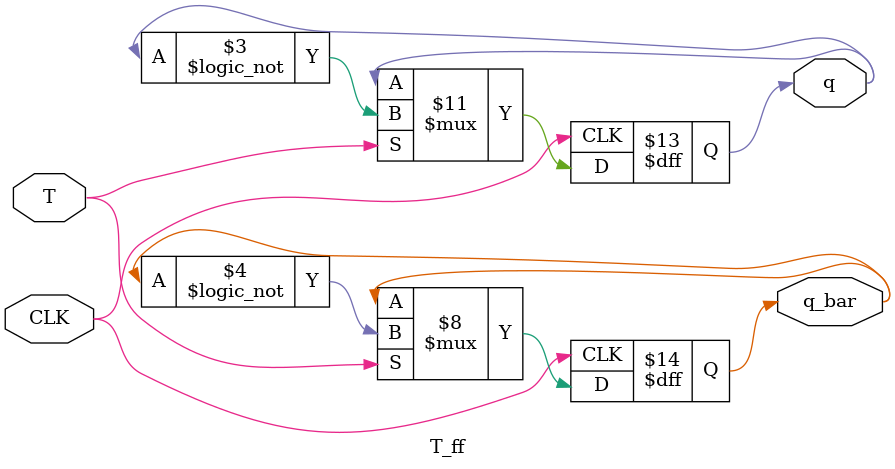
<source format=v>

/*
Instructions
-------------------
Students are not allowed to make any changes in the Module declaration.
This file is used to design T Flip Flop (Positive edge triggered).

Recommended Quartus Version : 19.1
The submitted project file must be 19.1 compatible as the evaluation will be done on Quartus Prime Lite 19.1.

Warning: The error due to compatibility will not be entertained.
			
-------------------
*/

//T Flip Flop design
//Inputs  : T and CLK 
//Outputs : q and q_bar

//////////////////DO NOT MAKE ANY CHANGES IN MODULE//////////////////
module T_ff (T, CLK, q, q_bar);

input T, CLK;					//INPUT T and CLK
output reg q = 0;				//OUTPUT q
output reg q_bar = 1;		//OUTPUT q_bar

always @(posedge CLK)
////////////////////////WRITE YOUR CODE FROM HERE//////////////////// 

begin 
if (T == 1)
begin
q = !q;
q_bar = !q_bar;
end
else
begin
q = q;
q_bar = q_bar;
end
end

////////////////////////YOUR CODE ENDS HERE//////////////////////////
endmodule
///////////////////////////////MODULE ENDS///////////////////////////
</source>
